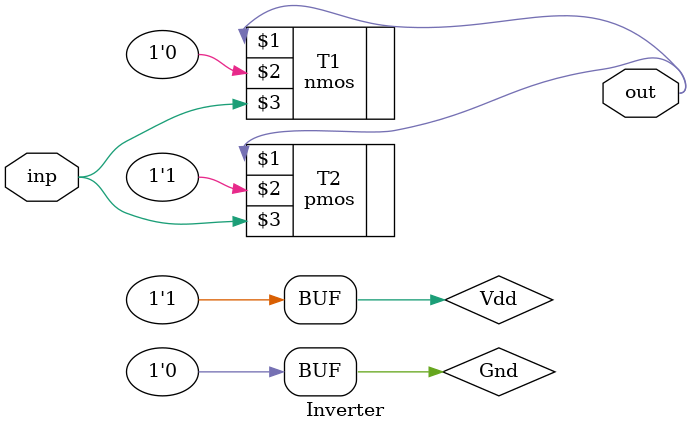
<source format=v>
`timescale 1ns/1ns
module Inverter( input inp, output out);
	
	supply1 Vdd;
	supply0 Gnd;

	nmos #(3,4,5) T1(out, Gnd, inp);
	pmos #(5,6,7) T2(out, Vdd, inp);
endmodule

</source>
